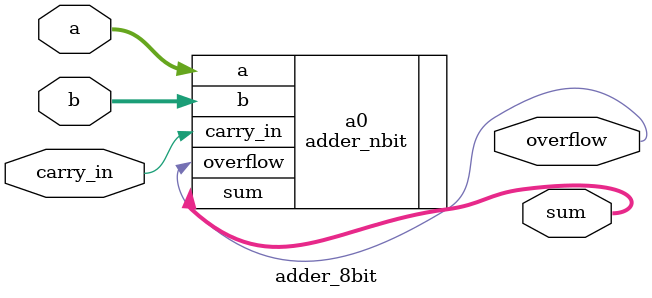
<source format=sv>

module adder_8bit
(
	input wire [7:0] a,
	input wire [7:0] b,
	input wire carry_in,
	output wire [7:0] sum,
	output wire overflow
);

	// STUDENT: Fill in the correct port map with parameter override syntax for using your n-bit ripple carry adder design to be an 8-bit ripple carry adder design
	localparam NUM_BIT = 8;
	adder_nbit #(NUM_BIT) a0 (
		.a(a), 
		.b(b), 
		.carry_in(carry_in), 
		.sum(sum), 
		.overflow(overflow));
endmodule

</source>
